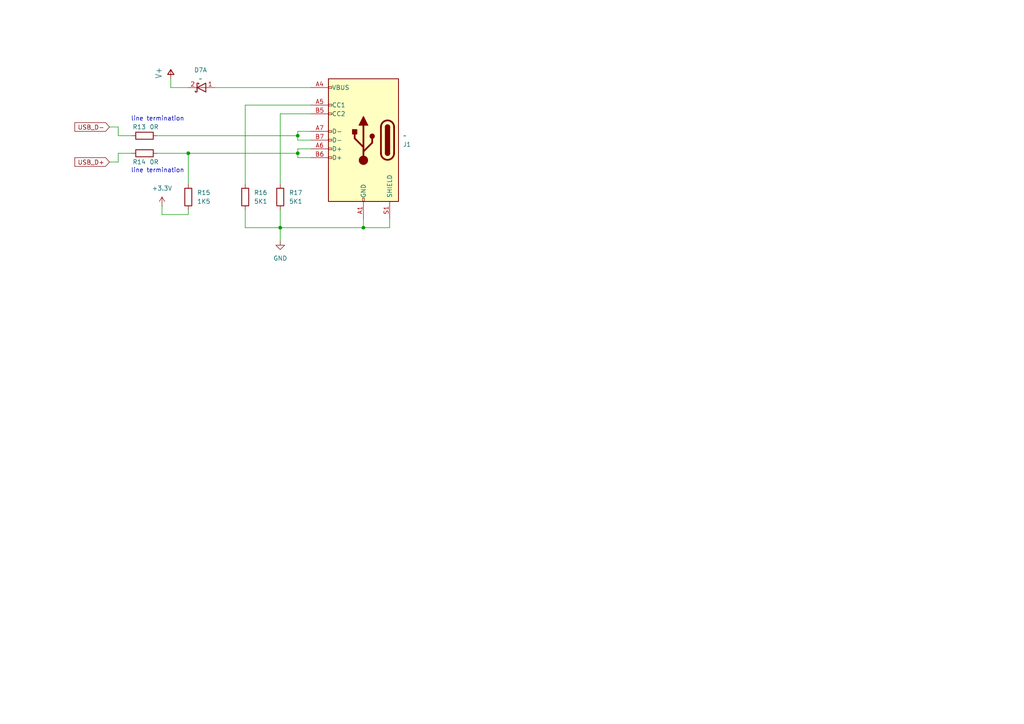
<source format=kicad_sch>
(kicad_sch
	(version 20231120)
	(generator "eeschema")
	(generator_version "8.0")
	(uuid "88ab1044-3873-41bb-b712-8c842b3cdfd3")
	(paper "A4")
	(lib_symbols
		(symbol "Connector:USB_C_Receptacle_USB2.0_14P"
			(pin_names
				(offset 1.016)
			)
			(exclude_from_sim no)
			(in_bom yes)
			(on_board yes)
			(property "Reference" "J"
				(at 0 22.225 0)
				(effects
					(font
						(size 1.27 1.27)
					)
				)
			)
			(property "Value" "USB_C_Receptacle_USB2.0_14P"
				(at 0 19.685 0)
				(effects
					(font
						(size 1.27 1.27)
					)
				)
			)
			(property "Footprint" ""
				(at 3.81 0 0)
				(effects
					(font
						(size 1.27 1.27)
					)
					(hide yes)
				)
			)
			(property "Datasheet" "https://www.usb.org/sites/default/files/documents/usb_type-c.zip"
				(at 3.81 0 0)
				(effects
					(font
						(size 1.27 1.27)
					)
					(hide yes)
				)
			)
			(property "Description" "USB 2.0-only 14P Type-C Receptacle connector"
				(at 0 0 0)
				(effects
					(font
						(size 1.27 1.27)
					)
					(hide yes)
				)
			)
			(property "ki_keywords" "usb universal serial bus type-C USB2.0"
				(at 0 0 0)
				(effects
					(font
						(size 1.27 1.27)
					)
					(hide yes)
				)
			)
			(property "ki_fp_filters" "USB*C*Receptacle*"
				(at 0 0 0)
				(effects
					(font
						(size 1.27 1.27)
					)
					(hide yes)
				)
			)
			(symbol "USB_C_Receptacle_USB2.0_14P_0_0"
				(rectangle
					(start -0.254 -17.78)
					(end 0.254 -16.764)
					(stroke
						(width 0)
						(type default)
					)
					(fill
						(type none)
					)
				)
				(rectangle
					(start 10.16 -4.826)
					(end 9.144 -5.334)
					(stroke
						(width 0)
						(type default)
					)
					(fill
						(type none)
					)
				)
				(rectangle
					(start 10.16 -2.286)
					(end 9.144 -2.794)
					(stroke
						(width 0)
						(type default)
					)
					(fill
						(type none)
					)
				)
				(rectangle
					(start 10.16 0.254)
					(end 9.144 -0.254)
					(stroke
						(width 0)
						(type default)
					)
					(fill
						(type none)
					)
				)
				(rectangle
					(start 10.16 2.794)
					(end 9.144 2.286)
					(stroke
						(width 0)
						(type default)
					)
					(fill
						(type none)
					)
				)
				(rectangle
					(start 10.16 7.874)
					(end 9.144 7.366)
					(stroke
						(width 0)
						(type default)
					)
					(fill
						(type none)
					)
				)
				(rectangle
					(start 10.16 10.414)
					(end 9.144 9.906)
					(stroke
						(width 0)
						(type default)
					)
					(fill
						(type none)
					)
				)
				(rectangle
					(start 10.16 15.494)
					(end 9.144 14.986)
					(stroke
						(width 0)
						(type default)
					)
					(fill
						(type none)
					)
				)
			)
			(symbol "USB_C_Receptacle_USB2.0_14P_0_1"
				(rectangle
					(start -10.16 17.78)
					(end 10.16 -17.78)
					(stroke
						(width 0.254)
						(type default)
					)
					(fill
						(type background)
					)
				)
				(arc
					(start -8.89 -3.81)
					(mid -6.985 -5.7067)
					(end -5.08 -3.81)
					(stroke
						(width 0.508)
						(type default)
					)
					(fill
						(type none)
					)
				)
				(arc
					(start -7.62 -3.81)
					(mid -6.985 -4.4423)
					(end -6.35 -3.81)
					(stroke
						(width 0.254)
						(type default)
					)
					(fill
						(type none)
					)
				)
				(arc
					(start -7.62 -3.81)
					(mid -6.985 -4.4423)
					(end -6.35 -3.81)
					(stroke
						(width 0.254)
						(type default)
					)
					(fill
						(type outline)
					)
				)
				(rectangle
					(start -7.62 -3.81)
					(end -6.35 3.81)
					(stroke
						(width 0.254)
						(type default)
					)
					(fill
						(type outline)
					)
				)
				(arc
					(start -6.35 3.81)
					(mid -6.985 4.4423)
					(end -7.62 3.81)
					(stroke
						(width 0.254)
						(type default)
					)
					(fill
						(type none)
					)
				)
				(arc
					(start -6.35 3.81)
					(mid -6.985 4.4423)
					(end -7.62 3.81)
					(stroke
						(width 0.254)
						(type default)
					)
					(fill
						(type outline)
					)
				)
				(arc
					(start -5.08 3.81)
					(mid -6.985 5.7067)
					(end -8.89 3.81)
					(stroke
						(width 0.508)
						(type default)
					)
					(fill
						(type none)
					)
				)
				(circle
					(center -2.54 1.143)
					(radius 0.635)
					(stroke
						(width 0.254)
						(type default)
					)
					(fill
						(type outline)
					)
				)
				(circle
					(center 0 -5.842)
					(radius 1.27)
					(stroke
						(width 0)
						(type default)
					)
					(fill
						(type outline)
					)
				)
				(polyline
					(pts
						(xy -8.89 -3.81) (xy -8.89 3.81)
					)
					(stroke
						(width 0.508)
						(type default)
					)
					(fill
						(type none)
					)
				)
				(polyline
					(pts
						(xy -5.08 3.81) (xy -5.08 -3.81)
					)
					(stroke
						(width 0.508)
						(type default)
					)
					(fill
						(type none)
					)
				)
				(polyline
					(pts
						(xy 0 -5.842) (xy 0 4.318)
					)
					(stroke
						(width 0.508)
						(type default)
					)
					(fill
						(type none)
					)
				)
				(polyline
					(pts
						(xy 0 -3.302) (xy -2.54 -0.762) (xy -2.54 0.508)
					)
					(stroke
						(width 0.508)
						(type default)
					)
					(fill
						(type none)
					)
				)
				(polyline
					(pts
						(xy 0 -2.032) (xy 2.54 0.508) (xy 2.54 1.778)
					)
					(stroke
						(width 0.508)
						(type default)
					)
					(fill
						(type none)
					)
				)
				(polyline
					(pts
						(xy -1.27 4.318) (xy 0 6.858) (xy 1.27 4.318) (xy -1.27 4.318)
					)
					(stroke
						(width 0.254)
						(type default)
					)
					(fill
						(type outline)
					)
				)
				(rectangle
					(start 1.905 1.778)
					(end 3.175 3.048)
					(stroke
						(width 0.254)
						(type default)
					)
					(fill
						(type outline)
					)
				)
			)
			(symbol "USB_C_Receptacle_USB2.0_14P_1_1"
				(pin passive line
					(at 0 -22.86 90)
					(length 5.08)
					(name "GND"
						(effects
							(font
								(size 1.27 1.27)
							)
						)
					)
					(number "A1"
						(effects
							(font
								(size 1.27 1.27)
							)
						)
					)
				)
				(pin passive line
					(at 0 -22.86 90)
					(length 5.08) hide
					(name "GND"
						(effects
							(font
								(size 1.27 1.27)
							)
						)
					)
					(number "A12"
						(effects
							(font
								(size 1.27 1.27)
							)
						)
					)
				)
				(pin passive line
					(at 15.24 15.24 180)
					(length 5.08)
					(name "VBUS"
						(effects
							(font
								(size 1.27 1.27)
							)
						)
					)
					(number "A4"
						(effects
							(font
								(size 1.27 1.27)
							)
						)
					)
				)
				(pin bidirectional line
					(at 15.24 10.16 180)
					(length 5.08)
					(name "CC1"
						(effects
							(font
								(size 1.27 1.27)
							)
						)
					)
					(number "A5"
						(effects
							(font
								(size 1.27 1.27)
							)
						)
					)
				)
				(pin bidirectional line
					(at 15.24 -2.54 180)
					(length 5.08)
					(name "D+"
						(effects
							(font
								(size 1.27 1.27)
							)
						)
					)
					(number "A6"
						(effects
							(font
								(size 1.27 1.27)
							)
						)
					)
				)
				(pin bidirectional line
					(at 15.24 2.54 180)
					(length 5.08)
					(name "D-"
						(effects
							(font
								(size 1.27 1.27)
							)
						)
					)
					(number "A7"
						(effects
							(font
								(size 1.27 1.27)
							)
						)
					)
				)
				(pin passive line
					(at 15.24 15.24 180)
					(length 5.08) hide
					(name "VBUS"
						(effects
							(font
								(size 1.27 1.27)
							)
						)
					)
					(number "A9"
						(effects
							(font
								(size 1.27 1.27)
							)
						)
					)
				)
				(pin passive line
					(at 0 -22.86 90)
					(length 5.08) hide
					(name "GND"
						(effects
							(font
								(size 1.27 1.27)
							)
						)
					)
					(number "B1"
						(effects
							(font
								(size 1.27 1.27)
							)
						)
					)
				)
				(pin passive line
					(at 0 -22.86 90)
					(length 5.08) hide
					(name "GND"
						(effects
							(font
								(size 1.27 1.27)
							)
						)
					)
					(number "B12"
						(effects
							(font
								(size 1.27 1.27)
							)
						)
					)
				)
				(pin passive line
					(at 15.24 15.24 180)
					(length 5.08) hide
					(name "VBUS"
						(effects
							(font
								(size 1.27 1.27)
							)
						)
					)
					(number "B4"
						(effects
							(font
								(size 1.27 1.27)
							)
						)
					)
				)
				(pin bidirectional line
					(at 15.24 7.62 180)
					(length 5.08)
					(name "CC2"
						(effects
							(font
								(size 1.27 1.27)
							)
						)
					)
					(number "B5"
						(effects
							(font
								(size 1.27 1.27)
							)
						)
					)
				)
				(pin bidirectional line
					(at 15.24 -5.08 180)
					(length 5.08)
					(name "D+"
						(effects
							(font
								(size 1.27 1.27)
							)
						)
					)
					(number "B6"
						(effects
							(font
								(size 1.27 1.27)
							)
						)
					)
				)
				(pin bidirectional line
					(at 15.24 0 180)
					(length 5.08)
					(name "D-"
						(effects
							(font
								(size 1.27 1.27)
							)
						)
					)
					(number "B7"
						(effects
							(font
								(size 1.27 1.27)
							)
						)
					)
				)
				(pin passive line
					(at 15.24 15.24 180)
					(length 5.08) hide
					(name "VBUS"
						(effects
							(font
								(size 1.27 1.27)
							)
						)
					)
					(number "B9"
						(effects
							(font
								(size 1.27 1.27)
							)
						)
					)
				)
				(pin passive line
					(at -7.62 -22.86 90)
					(length 5.08)
					(name "SHIELD"
						(effects
							(font
								(size 1.27 1.27)
							)
						)
					)
					(number "S1"
						(effects
							(font
								(size 1.27 1.27)
							)
						)
					)
				)
			)
		)
		(symbol "Device:D_Schottky_Dual_CommonAnode_AKK_Split"
			(pin_names
				(offset 0.762) hide)
			(exclude_from_sim no)
			(in_bom yes)
			(on_board yes)
			(property "Reference" "D"
				(at 0 2.54 0)
				(effects
					(font
						(size 1.27 1.27)
					)
				)
			)
			(property "Value" "D_Schottky_Dual_CommonAnode_AKK_Split"
				(at 0 -2.54 0)
				(effects
					(font
						(size 1.27 1.27)
					)
				)
			)
			(property "Footprint" ""
				(at -2.54 -2.54 0)
				(effects
					(font
						(size 1.27 1.27)
					)
					(hide yes)
				)
			)
			(property "Datasheet" "~"
				(at -2.54 -2.54 0)
				(effects
					(font
						(size 1.27 1.27)
					)
					(hide yes)
				)
			)
			(property "Description" "Dual Schottky diode, common anode on pin 1"
				(at 0 0 0)
				(effects
					(font
						(size 1.27 1.27)
					)
					(hide yes)
				)
			)
			(property "ki_locked" ""
				(at 0 0 0)
				(effects
					(font
						(size 1.27 1.27)
					)
				)
			)
			(property "ki_keywords" "diode"
				(at 0 0 0)
				(effects
					(font
						(size 1.27 1.27)
					)
					(hide yes)
				)
			)
			(symbol "D_Schottky_Dual_CommonAnode_AKK_Split_0_1"
				(polyline
					(pts
						(xy 1.27 0) (xy -1.27 0)
					)
					(stroke
						(width 0)
						(type default)
					)
					(fill
						(type none)
					)
				)
				(polyline
					(pts
						(xy -1.27 1.27) (xy 1.27 0) (xy -1.27 -1.27) (xy -1.27 1.27) (xy -1.27 1.27) (xy -1.27 1.27)
					)
					(stroke
						(width 0.254)
						(type default)
					)
					(fill
						(type none)
					)
				)
				(polyline
					(pts
						(xy 1.778 1.016) (xy 1.778 1.27) (xy 1.27 1.27) (xy 1.27 -1.27) (xy 0.762 -1.27) (xy 0.762 -1.016)
					)
					(stroke
						(width 0.254)
						(type default)
					)
					(fill
						(type none)
					)
				)
				(pin passive line
					(at -3.81 0 0)
					(length 2.54)
					(name "A"
						(effects
							(font
								(size 1.27 1.27)
							)
						)
					)
					(number "1"
						(effects
							(font
								(size 1.27 1.27)
							)
						)
					)
				)
			)
			(symbol "D_Schottky_Dual_CommonAnode_AKK_Split_1_1"
				(pin passive line
					(at 3.81 0 180)
					(length 2.54)
					(name "K"
						(effects
							(font
								(size 1.27 1.27)
							)
						)
					)
					(number "2"
						(effects
							(font
								(size 1.27 1.27)
							)
						)
					)
				)
			)
			(symbol "D_Schottky_Dual_CommonAnode_AKK_Split_2_1"
				(pin passive line
					(at 3.81 0 180)
					(length 2.54)
					(name "K"
						(effects
							(font
								(size 1.27 1.27)
							)
						)
					)
					(number "3"
						(effects
							(font
								(size 1.27 1.27)
							)
						)
					)
				)
			)
		)
		(symbol "Device:R"
			(pin_numbers hide)
			(pin_names
				(offset 0)
			)
			(exclude_from_sim no)
			(in_bom yes)
			(on_board yes)
			(property "Reference" "R"
				(at 2.032 0 90)
				(effects
					(font
						(size 1.27 1.27)
					)
				)
			)
			(property "Value" "R"
				(at 0 0 90)
				(effects
					(font
						(size 1.27 1.27)
					)
				)
			)
			(property "Footprint" ""
				(at -1.778 0 90)
				(effects
					(font
						(size 1.27 1.27)
					)
					(hide yes)
				)
			)
			(property "Datasheet" "~"
				(at 0 0 0)
				(effects
					(font
						(size 1.27 1.27)
					)
					(hide yes)
				)
			)
			(property "Description" "Resistor"
				(at 0 0 0)
				(effects
					(font
						(size 1.27 1.27)
					)
					(hide yes)
				)
			)
			(property "ki_keywords" "R res resistor"
				(at 0 0 0)
				(effects
					(font
						(size 1.27 1.27)
					)
					(hide yes)
				)
			)
			(property "ki_fp_filters" "R_*"
				(at 0 0 0)
				(effects
					(font
						(size 1.27 1.27)
					)
					(hide yes)
				)
			)
			(symbol "R_0_1"
				(rectangle
					(start -1.016 -2.54)
					(end 1.016 2.54)
					(stroke
						(width 0.254)
						(type default)
					)
					(fill
						(type none)
					)
				)
			)
			(symbol "R_1_1"
				(pin passive line
					(at 0 3.81 270)
					(length 1.27)
					(name "~"
						(effects
							(font
								(size 1.27 1.27)
							)
						)
					)
					(number "1"
						(effects
							(font
								(size 1.27 1.27)
							)
						)
					)
				)
				(pin passive line
					(at 0 -3.81 90)
					(length 1.27)
					(name "~"
						(effects
							(font
								(size 1.27 1.27)
							)
						)
					)
					(number "2"
						(effects
							(font
								(size 1.27 1.27)
							)
						)
					)
				)
			)
		)
		(symbol "deadlock-reader-eagle-import:V+"
			(power)
			(exclude_from_sim no)
			(in_bom yes)
			(on_board yes)
			(property "Reference" "#P+"
				(at 0 0 0)
				(effects
					(font
						(size 1.27 1.27)
					)
					(hide yes)
				)
			)
			(property "Value" ""
				(at -2.54 -2.54 90)
				(effects
					(font
						(size 1.778 1.5113)
					)
					(justify left bottom)
				)
			)
			(property "Footprint" ""
				(at 0 0 0)
				(effects
					(font
						(size 1.27 1.27)
					)
					(hide yes)
				)
			)
			(property "Datasheet" ""
				(at 0 0 0)
				(effects
					(font
						(size 1.27 1.27)
					)
					(hide yes)
				)
			)
			(property "Description" "SUPPLY SYMBOL"
				(at 0 0 0)
				(effects
					(font
						(size 1.27 1.27)
					)
					(hide yes)
				)
			)
			(property "ki_locked" ""
				(at 0 0 0)
				(effects
					(font
						(size 1.27 1.27)
					)
				)
			)
			(symbol "V+_1_0"
				(polyline
					(pts
						(xy -0.889 -1.27) (xy 0.889 -1.27)
					)
					(stroke
						(width 0.254)
						(type solid)
					)
					(fill
						(type none)
					)
				)
				(polyline
					(pts
						(xy 0 0.127) (xy -0.889 -1.27)
					)
					(stroke
						(width 0.254)
						(type solid)
					)
					(fill
						(type none)
					)
				)
				(polyline
					(pts
						(xy 0.889 -1.27) (xy 0 0.127)
					)
					(stroke
						(width 0.254)
						(type solid)
					)
					(fill
						(type none)
					)
				)
				(pin power_in line
					(at 0 -2.54 90)
					(length 2.54)
					(name "V+"
						(effects
							(font
								(size 0 0)
							)
						)
					)
					(number "1"
						(effects
							(font
								(size 0 0)
							)
						)
					)
				)
			)
		)
		(symbol "power:+3.3V"
			(power)
			(pin_numbers hide)
			(pin_names
				(offset 0) hide)
			(exclude_from_sim no)
			(in_bom yes)
			(on_board yes)
			(property "Reference" "#PWR"
				(at 0 -3.81 0)
				(effects
					(font
						(size 1.27 1.27)
					)
					(hide yes)
				)
			)
			(property "Value" "+3.3V"
				(at 0 3.556 0)
				(effects
					(font
						(size 1.27 1.27)
					)
				)
			)
			(property "Footprint" ""
				(at 0 0 0)
				(effects
					(font
						(size 1.27 1.27)
					)
					(hide yes)
				)
			)
			(property "Datasheet" ""
				(at 0 0 0)
				(effects
					(font
						(size 1.27 1.27)
					)
					(hide yes)
				)
			)
			(property "Description" "Power symbol creates a global label with name \"+3.3V\""
				(at 0 0 0)
				(effects
					(font
						(size 1.27 1.27)
					)
					(hide yes)
				)
			)
			(property "ki_keywords" "global power"
				(at 0 0 0)
				(effects
					(font
						(size 1.27 1.27)
					)
					(hide yes)
				)
			)
			(symbol "+3.3V_0_1"
				(polyline
					(pts
						(xy -0.762 1.27) (xy 0 2.54)
					)
					(stroke
						(width 0)
						(type default)
					)
					(fill
						(type none)
					)
				)
				(polyline
					(pts
						(xy 0 0) (xy 0 2.54)
					)
					(stroke
						(width 0)
						(type default)
					)
					(fill
						(type none)
					)
				)
				(polyline
					(pts
						(xy 0 2.54) (xy 0.762 1.27)
					)
					(stroke
						(width 0)
						(type default)
					)
					(fill
						(type none)
					)
				)
			)
			(symbol "+3.3V_1_1"
				(pin power_in line
					(at 0 0 90)
					(length 0)
					(name "~"
						(effects
							(font
								(size 1.27 1.27)
							)
						)
					)
					(number "1"
						(effects
							(font
								(size 1.27 1.27)
							)
						)
					)
				)
			)
		)
		(symbol "power:GND"
			(power)
			(pin_numbers hide)
			(pin_names
				(offset 0) hide)
			(exclude_from_sim no)
			(in_bom yes)
			(on_board yes)
			(property "Reference" "#PWR"
				(at 0 -6.35 0)
				(effects
					(font
						(size 1.27 1.27)
					)
					(hide yes)
				)
			)
			(property "Value" "GND"
				(at 0 -3.81 0)
				(effects
					(font
						(size 1.27 1.27)
					)
				)
			)
			(property "Footprint" ""
				(at 0 0 0)
				(effects
					(font
						(size 1.27 1.27)
					)
					(hide yes)
				)
			)
			(property "Datasheet" ""
				(at 0 0 0)
				(effects
					(font
						(size 1.27 1.27)
					)
					(hide yes)
				)
			)
			(property "Description" "Power symbol creates a global label with name \"GND\" , ground"
				(at 0 0 0)
				(effects
					(font
						(size 1.27 1.27)
					)
					(hide yes)
				)
			)
			(property "ki_keywords" "global power"
				(at 0 0 0)
				(effects
					(font
						(size 1.27 1.27)
					)
					(hide yes)
				)
			)
			(symbol "GND_0_1"
				(polyline
					(pts
						(xy 0 0) (xy 0 -1.27) (xy 1.27 -1.27) (xy 0 -2.54) (xy -1.27 -1.27) (xy 0 -1.27)
					)
					(stroke
						(width 0)
						(type default)
					)
					(fill
						(type none)
					)
				)
			)
			(symbol "GND_1_1"
				(pin power_in line
					(at 0 0 270)
					(length 0)
					(name "~"
						(effects
							(font
								(size 1.27 1.27)
							)
						)
					)
					(number "1"
						(effects
							(font
								(size 1.27 1.27)
							)
						)
					)
				)
			)
		)
	)
	(junction
		(at 86.36 44.45)
		(diameter 0)
		(color 0 0 0 0)
		(uuid "0ceb7d8a-97d6-4926-a695-a0fde7dbdffd")
	)
	(junction
		(at 54.61 44.45)
		(diameter 0)
		(color 0 0 0 0)
		(uuid "33ad6519-ea9e-42b6-9c32-3a863199e4ea")
	)
	(junction
		(at 81.28 66.04)
		(diameter 0)
		(color 0 0 0 0)
		(uuid "37584ae5-65b6-414e-9fb8-6277168c24fa")
	)
	(junction
		(at 105.41 66.04)
		(diameter 0)
		(color 0 0 0 0)
		(uuid "98e68ba2-abef-449e-80cb-f321bb7c3026")
	)
	(junction
		(at 86.36 39.37)
		(diameter 0)
		(color 0 0 0 0)
		(uuid "d210e652-d7df-40f0-84a0-eda13057d118")
	)
	(wire
		(pts
			(xy 71.12 60.96) (xy 71.12 66.04)
		)
		(stroke
			(width 0)
			(type default)
		)
		(uuid "0b684b58-e96e-4107-bf7c-98ce707ce295")
	)
	(wire
		(pts
			(xy 81.28 60.96) (xy 81.28 66.04)
		)
		(stroke
			(width 0)
			(type default)
		)
		(uuid "0cbc5421-3221-4f4e-91d5-669d8c7fb984")
	)
	(wire
		(pts
			(xy 46.99 39.37) (xy 86.36 39.37)
		)
		(stroke
			(width 0.1524)
			(type solid)
		)
		(uuid "0df96d87-90d3-4a12-81bc-773616e5683b")
	)
	(wire
		(pts
			(xy 34.29 44.45) (xy 34.29 46.99)
		)
		(stroke
			(width 0.1524)
			(type solid)
		)
		(uuid "1440a097-2beb-4b5c-aae0-949123af9d56")
	)
	(wire
		(pts
			(xy 90.17 43.18) (xy 86.36 43.18)
		)
		(stroke
			(width 0)
			(type default)
		)
		(uuid "2269db52-c808-4392-ac32-d7cfb38c2b4d")
	)
	(wire
		(pts
			(xy 90.17 38.1) (xy 86.36 38.1)
		)
		(stroke
			(width 0)
			(type default)
		)
		(uuid "23ca80cb-e33d-4d39-b276-01ba4428c50b")
	)
	(wire
		(pts
			(xy 45.72 44.45) (xy 54.61 44.45)
		)
		(stroke
			(width 0.1524)
			(type solid)
		)
		(uuid "26eccf82-db54-4745-a69d-8ef32d54947e")
	)
	(wire
		(pts
			(xy 86.36 43.18) (xy 86.36 44.45)
		)
		(stroke
			(width 0)
			(type default)
		)
		(uuid "297712d9-8b19-4d8d-83f0-151536583eee")
	)
	(wire
		(pts
			(xy 86.36 40.64) (xy 90.17 40.64)
		)
		(stroke
			(width 0)
			(type default)
		)
		(uuid "2d3f0dd7-3938-4073-9459-311301604584")
	)
	(wire
		(pts
			(xy 49.53 22.86) (xy 49.53 25.4)
		)
		(stroke
			(width 0)
			(type default)
		)
		(uuid "2d92276e-e7ca-45c8-82e2-86e77c06249f")
	)
	(wire
		(pts
			(xy 34.29 39.37) (xy 34.29 36.83)
		)
		(stroke
			(width 0.1524)
			(type solid)
		)
		(uuid "389544b5-e26b-4dcf-8fdf-856695e4a339")
	)
	(wire
		(pts
			(xy 54.61 60.96) (xy 54.61 62.23)
		)
		(stroke
			(width 0.1524)
			(type solid)
		)
		(uuid "400ce415-3747-45d4-9873-0577f90eb733")
	)
	(wire
		(pts
			(xy 86.36 39.37) (xy 86.36 40.64)
		)
		(stroke
			(width 0)
			(type default)
		)
		(uuid "4a71ef3e-f093-4f9f-8bc8-3f3198050efe")
	)
	(wire
		(pts
			(xy 54.61 25.4) (xy 49.53 25.4)
		)
		(stroke
			(width 0)
			(type default)
		)
		(uuid "55564202-646a-42d9-8211-08e58b46eead")
	)
	(wire
		(pts
			(xy 90.17 33.02) (xy 81.28 33.02)
		)
		(stroke
			(width 0)
			(type default)
		)
		(uuid "5cc669af-870b-4b1c-a358-c33689c4cf66")
	)
	(wire
		(pts
			(xy 86.36 44.45) (xy 86.36 45.72)
		)
		(stroke
			(width 0)
			(type default)
		)
		(uuid "6a016849-7685-4a4b-810c-198618fe1c9b")
	)
	(wire
		(pts
			(xy 90.17 30.48) (xy 71.12 30.48)
		)
		(stroke
			(width 0)
			(type default)
		)
		(uuid "76b613e3-c60f-4b34-bca9-011139eeaade")
	)
	(wire
		(pts
			(xy 86.36 38.1) (xy 86.36 39.37)
		)
		(stroke
			(width 0)
			(type default)
		)
		(uuid "79697770-0370-4e9a-bdb6-4d37979eec56")
	)
	(wire
		(pts
			(xy 34.29 46.99) (xy 31.75 46.99)
		)
		(stroke
			(width 0.1524)
			(type solid)
		)
		(uuid "7a97176c-01c2-4ed1-8769-f88d6ee9e579")
	)
	(wire
		(pts
			(xy 46.99 59.69) (xy 46.99 62.23)
		)
		(stroke
			(width 0.1524)
			(type solid)
		)
		(uuid "7b5d2e5a-7bdd-418c-96b9-68fe12989b1d")
	)
	(wire
		(pts
			(xy 54.61 52.07) (xy 54.61 53.34)
		)
		(stroke
			(width 0)
			(type default)
		)
		(uuid "9105e2c6-bf25-47a9-80be-83ab8f99da08")
	)
	(wire
		(pts
			(xy 34.29 36.83) (xy 31.75 36.83)
		)
		(stroke
			(width 0.1524)
			(type solid)
		)
		(uuid "920941d9-4889-4773-a29d-512232c101d2")
	)
	(wire
		(pts
			(xy 34.29 39.37) (xy 38.1 39.37)
		)
		(stroke
			(width 0.1524)
			(type solid)
		)
		(uuid "96a8957e-a851-4349-b705-0a6ec2a9de7e")
	)
	(wire
		(pts
			(xy 54.61 44.45) (xy 86.36 44.45)
		)
		(stroke
			(width 0.1524)
			(type solid)
		)
		(uuid "9da25bd0-1e27-4645-a875-62b4785adfd5")
	)
	(wire
		(pts
			(xy 81.28 33.02) (xy 81.28 53.34)
		)
		(stroke
			(width 0)
			(type default)
		)
		(uuid "a717cbc9-afff-40ec-a59a-9a9f178ed75a")
	)
	(wire
		(pts
			(xy 113.03 66.04) (xy 105.41 66.04)
		)
		(stroke
			(width 0)
			(type default)
		)
		(uuid "acf1454c-2c6e-4dff-920a-089860b68dd2")
	)
	(wire
		(pts
			(xy 105.41 66.04) (xy 105.41 63.5)
		)
		(stroke
			(width 0)
			(type default)
		)
		(uuid "afcf02cb-385f-4fdf-8638-a5202760350c")
	)
	(wire
		(pts
			(xy 86.36 45.72) (xy 90.17 45.72)
		)
		(stroke
			(width 0)
			(type default)
		)
		(uuid "c198049e-2dde-4d2b-841a-859e23305658")
	)
	(wire
		(pts
			(xy 34.29 44.45) (xy 38.1 44.45)
		)
		(stroke
			(width 0.1524)
			(type solid)
		)
		(uuid "c2a24dfe-8100-4e33-a9bf-474e01dd6d95")
	)
	(wire
		(pts
			(xy 81.28 69.85) (xy 81.28 66.04)
		)
		(stroke
			(width 0)
			(type default)
		)
		(uuid "c409cfbf-e5c8-43ff-91f0-0e1a463cb38e")
	)
	(wire
		(pts
			(xy 62.23 25.4) (xy 90.17 25.4)
		)
		(stroke
			(width 0)
			(type default)
		)
		(uuid "c488f023-42c1-406e-803f-c627cec9e5f7")
	)
	(wire
		(pts
			(xy 46.99 62.23) (xy 54.61 62.23)
		)
		(stroke
			(width 0.1524)
			(type solid)
		)
		(uuid "cd6c0225-f56b-4364-bb38-19f9e6c4142f")
	)
	(wire
		(pts
			(xy 71.12 66.04) (xy 81.28 66.04)
		)
		(stroke
			(width 0)
			(type default)
		)
		(uuid "d2d8db66-a7aa-4698-986c-71ca85f8785b")
	)
	(wire
		(pts
			(xy 113.03 63.5) (xy 113.03 66.04)
		)
		(stroke
			(width 0)
			(type default)
		)
		(uuid "dc44df52-9f7f-416d-a19d-45f0b0b12c42")
	)
	(wire
		(pts
			(xy 45.72 39.37) (xy 46.99 39.37)
		)
		(stroke
			(width 0)
			(type default)
		)
		(uuid "de232d17-7db3-4aa9-9e1e-4db7f65bc46d")
	)
	(wire
		(pts
			(xy 54.61 52.07) (xy 54.61 44.45)
		)
		(stroke
			(width 0.1524)
			(type solid)
		)
		(uuid "fba79690-5c54-4d8d-83df-4ac147774ec6")
	)
	(wire
		(pts
			(xy 71.12 30.48) (xy 71.12 53.34)
		)
		(stroke
			(width 0)
			(type default)
		)
		(uuid "fd867e5e-00fd-49c1-88dd-36fbd98e5bdc")
	)
	(wire
		(pts
			(xy 81.28 66.04) (xy 105.41 66.04)
		)
		(stroke
			(width 0)
			(type default)
		)
		(uuid "fee4c743-3662-41ca-9665-20bf0eff1661")
	)
	(text "line termination"
		(exclude_from_sim no)
		(at 45.72 49.53 0)
		(effects
			(font
				(size 1.27 1.27)
			)
		)
		(uuid "15b19275-5e44-49c7-9fd7-8ef28f0c8d10")
	)
	(text "line termination"
		(exclude_from_sim no)
		(at 45.72 34.544 0)
		(effects
			(font
				(size 1.27 1.27)
			)
		)
		(uuid "c66a3e92-9c33-493b-b715-c0e73af96380")
	)
	(global_label "USB_D-"
		(shape input)
		(at 31.75 36.83 180)
		(fields_autoplaced yes)
		(effects
			(font
				(size 1.27 1.27)
			)
			(justify right)
		)
		(uuid "7cb88fbb-141d-4f80-a142-b8ad530a9b84")
		(property "Intersheetrefs" "${INTERSHEET_REFS}"
			(at 21.1448 36.83 0)
			(effects
				(font
					(size 1.27 1.27)
				)
				(justify right)
				(hide yes)
			)
		)
	)
	(global_label "USB_D+"
		(shape input)
		(at 31.75 46.99 180)
		(fields_autoplaced yes)
		(effects
			(font
				(size 1.27 1.27)
			)
			(justify right)
		)
		(uuid "a7371ade-a21d-43e0-8333-55a23955891f")
		(property "Intersheetrefs" "${INTERSHEET_REFS}"
			(at 21.1448 46.99 0)
			(effects
				(font
					(size 1.27 1.27)
				)
				(justify right)
				(hide yes)
			)
		)
	)
	(symbol
		(lib_id "Device:R")
		(at 54.61 57.15 0)
		(unit 1)
		(exclude_from_sim no)
		(in_bom yes)
		(on_board yes)
		(dnp no)
		(fields_autoplaced yes)
		(uuid "1473ae59-07a9-4452-8ce7-6d26d12061c8")
		(property "Reference" "R15"
			(at 57.15 55.8799 0)
			(effects
				(font
					(size 1.27 1.27)
				)
				(justify left)
			)
		)
		(property "Value" "1K5"
			(at 57.15 58.4199 0)
			(effects
				(font
					(size 1.27 1.27)
				)
				(justify left)
			)
		)
		(property "Footprint" ""
			(at 52.832 57.15 90)
			(effects
				(font
					(size 1.27 1.27)
				)
				(hide yes)
			)
		)
		(property "Datasheet" "~"
			(at 54.61 57.15 0)
			(effects
				(font
					(size 1.27 1.27)
				)
				(hide yes)
			)
		)
		(property "Description" "Resistor"
			(at 54.61 57.15 0)
			(effects
				(font
					(size 1.27 1.27)
				)
				(hide yes)
			)
		)
		(pin "1"
			(uuid "4ab0f75f-87c8-4183-a3d3-cc19fc8bca9d")
		)
		(pin "2"
			(uuid "bd7a9040-5f23-4b6d-a8e3-994761012f51")
		)
		(instances
			(project "usb_c"
				(path "/88ab1044-3873-41bb-b712-8c842b3cdfd3"
					(reference "R15")
					(unit 1)
				)
			)
		)
	)
	(symbol
		(lib_id "power:GND")
		(at 81.28 69.85 0)
		(unit 1)
		(exclude_from_sim no)
		(in_bom yes)
		(on_board yes)
		(dnp no)
		(fields_autoplaced yes)
		(uuid "34b17fc7-d09e-475e-81d6-f8299a10bfb4")
		(property "Reference" "#PWR02"
			(at 81.28 76.2 0)
			(effects
				(font
					(size 1.27 1.27)
				)
				(hide yes)
			)
		)
		(property "Value" "GND"
			(at 81.28 74.93 0)
			(effects
				(font
					(size 1.27 1.27)
				)
			)
		)
		(property "Footprint" ""
			(at 81.28 69.85 0)
			(effects
				(font
					(size 1.27 1.27)
				)
				(hide yes)
			)
		)
		(property "Datasheet" ""
			(at 81.28 69.85 0)
			(effects
				(font
					(size 1.27 1.27)
				)
				(hide yes)
			)
		)
		(property "Description" "Power symbol creates a global label with name \"GND\" , ground"
			(at 81.28 69.85 0)
			(effects
				(font
					(size 1.27 1.27)
				)
				(hide yes)
			)
		)
		(pin "1"
			(uuid "3d23189f-e68f-4192-972c-951864c44437")
		)
		(instances
			(project "usb_c"
				(path "/88ab1044-3873-41bb-b712-8c842b3cdfd3"
					(reference "#PWR02")
					(unit 1)
				)
			)
		)
	)
	(symbol
		(lib_id "Device:R")
		(at 71.12 57.15 0)
		(unit 1)
		(exclude_from_sim no)
		(in_bom yes)
		(on_board yes)
		(dnp no)
		(fields_autoplaced yes)
		(uuid "5d5338df-4e80-46fd-bbfc-a122a0ddc0e2")
		(property "Reference" "R16"
			(at 73.66 55.8799 0)
			(effects
				(font
					(size 1.27 1.27)
				)
				(justify left)
			)
		)
		(property "Value" "5K1"
			(at 73.66 58.4199 0)
			(effects
				(font
					(size 1.27 1.27)
				)
				(justify left)
			)
		)
		(property "Footprint" ""
			(at 69.342 57.15 90)
			(effects
				(font
					(size 1.27 1.27)
				)
				(hide yes)
			)
		)
		(property "Datasheet" "~"
			(at 71.12 57.15 0)
			(effects
				(font
					(size 1.27 1.27)
				)
				(hide yes)
			)
		)
		(property "Description" "Resistor"
			(at 71.12 57.15 0)
			(effects
				(font
					(size 1.27 1.27)
				)
				(hide yes)
			)
		)
		(pin "1"
			(uuid "0927e41c-5aa3-49a3-ae05-9863a573c3b1")
		)
		(pin "2"
			(uuid "9ba9b607-4fc9-4521-b493-c76d40893968")
		)
		(instances
			(project "usb_c"
				(path "/88ab1044-3873-41bb-b712-8c842b3cdfd3"
					(reference "R16")
					(unit 1)
				)
			)
		)
	)
	(symbol
		(lib_id "Connector:USB_C_Receptacle_USB2.0_14P")
		(at 105.41 40.64 0)
		(mirror y)
		(unit 1)
		(exclude_from_sim no)
		(in_bom yes)
		(on_board yes)
		(dnp no)
		(uuid "5d830888-9dea-4783-93c1-9db0c8cd1207")
		(property "Reference" "J1"
			(at 116.84 41.9101 0)
			(effects
				(font
					(size 1.27 1.27)
				)
				(justify right)
			)
		)
		(property "Value" "~"
			(at 116.84 39.3701 0)
			(effects
				(font
					(size 1.27 1.27)
				)
				(justify right)
			)
		)
		(property "Footprint" ""
			(at 101.6 40.64 0)
			(effects
				(font
					(size 1.27 1.27)
				)
				(hide yes)
			)
		)
		(property "Datasheet" "https://www.usb.org/sites/default/files/documents/usb_type-c.zip"
			(at 101.6 40.64 0)
			(effects
				(font
					(size 1.27 1.27)
				)
				(hide yes)
			)
		)
		(property "Description" "USB 2.0-only 14P Type-C Receptacle connector"
			(at 105.41 40.64 0)
			(effects
				(font
					(size 1.27 1.27)
				)
				(hide yes)
			)
		)
		(pin "A12"
			(uuid "ea9b78c1-1bce-4837-b480-0cc2c7afbbef")
		)
		(pin "A9"
			(uuid "ddd51bed-92fc-4fe1-9106-29a879356676")
		)
		(pin "B7"
			(uuid "9d21f5a9-bc46-4ad0-a63e-8b5a218cfd7e")
		)
		(pin "B5"
			(uuid "e51efff1-5d80-41b6-a42c-ebf136d8141a")
		)
		(pin "A1"
			(uuid "f966d7a2-1291-461e-b36a-397b9953c120")
		)
		(pin "A4"
			(uuid "f192907a-d380-47f0-9804-2843638f2743")
		)
		(pin "B9"
			(uuid "0b474659-9d75-4523-a169-1904943e42aa")
		)
		(pin "B12"
			(uuid "dccfbadc-f951-43ca-9a50-c119ef6f8a8b")
		)
		(pin "S1"
			(uuid "a9b9e4c9-ac4a-40a1-b2b6-46f1320cde0b")
		)
		(pin "B6"
			(uuid "d62d60c6-58e7-4bca-adf9-8c7d0e779632")
		)
		(pin "A6"
			(uuid "d6d5ae21-585e-4868-ae35-aba2a40e9314")
		)
		(pin "A7"
			(uuid "515b725c-3102-4947-a02d-d8ccd918bb67")
		)
		(pin "A5"
			(uuid "4edec23c-457a-4b56-b559-8425d0a6dd10")
		)
		(pin "B1"
			(uuid "776d9fea-cf88-49a5-a5ab-28fd2fa260bf")
		)
		(pin "B4"
			(uuid "5fdd2c96-b843-49fa-83a4-72f218e3b4f9")
		)
		(instances
			(project "usb_c"
				(path "/88ab1044-3873-41bb-b712-8c842b3cdfd3"
					(reference "J1")
					(unit 1)
				)
			)
		)
	)
	(symbol
		(lib_id "deadlock-reader-eagle-import:V+")
		(at 49.53 20.32 0)
		(unit 1)
		(exclude_from_sim no)
		(in_bom yes)
		(on_board yes)
		(dnp no)
		(uuid "8d732783-dee9-4cca-843a-c9cb9f83a256")
		(property "Reference" "#P+01"
			(at 49.53 20.32 0)
			(effects
				(font
					(size 1.27 1.27)
				)
				(hide yes)
			)
		)
		(property "Value" "V+"
			(at 46.99 22.86 90)
			(effects
				(font
					(size 1.778 1.5113)
				)
				(justify left bottom)
			)
		)
		(property "Footprint" ""
			(at 49.53 20.32 0)
			(effects
				(font
					(size 1.27 1.27)
				)
				(hide yes)
			)
		)
		(property "Datasheet" ""
			(at 49.53 20.32 0)
			(effects
				(font
					(size 1.27 1.27)
				)
				(hide yes)
			)
		)
		(property "Description" ""
			(at 49.53 20.32 0)
			(effects
				(font
					(size 1.27 1.27)
				)
				(hide yes)
			)
		)
		(pin "1"
			(uuid "4d4219a0-b563-492d-a65d-2a5391df3846")
		)
		(instances
			(project "usb_c"
				(path "/88ab1044-3873-41bb-b712-8c842b3cdfd3"
					(reference "#P+01")
					(unit 1)
				)
			)
		)
	)
	(symbol
		(lib_id "Device:D_Schottky_Dual_CommonAnode_AKK_Split")
		(at 58.42 25.4 180)
		(unit 1)
		(exclude_from_sim no)
		(in_bom yes)
		(on_board yes)
		(dnp no)
		(fields_autoplaced yes)
		(uuid "a8cecc24-0ed3-43f8-b736-2e31a6ed5710")
		(property "Reference" "D7"
			(at 58.166 20.32 0)
			(effects
				(font
					(size 1.27 1.27)
				)
			)
		)
		(property "Value" "~"
			(at 58.166 22.86 0)
			(effects
				(font
					(size 1.27 1.27)
				)
			)
		)
		(property "Footprint" ""
			(at 60.96 22.86 0)
			(effects
				(font
					(size 1.27 1.27)
				)
				(hide yes)
			)
		)
		(property "Datasheet" "~"
			(at 60.96 22.86 0)
			(effects
				(font
					(size 1.27 1.27)
				)
				(hide yes)
			)
		)
		(property "Description" "Dual Schottky diode, common anode on pin 1"
			(at 58.42 25.4 0)
			(effects
				(font
					(size 1.27 1.27)
				)
				(hide yes)
			)
		)
		(pin "2"
			(uuid "17371be3-d63a-46a6-b8bb-cb4e8e7a17c9")
		)
		(pin "3"
			(uuid "d2c4077c-5118-43f5-8905-47eb9d26bef6")
		)
		(pin "1"
			(uuid "4dd6f2e8-73c8-4a42-8cd0-fad57ef2be61")
		)
		(instances
			(project "usb_c"
				(path "/88ab1044-3873-41bb-b712-8c842b3cdfd3"
					(reference "D7")
					(unit 1)
				)
			)
		)
	)
	(symbol
		(lib_id "Device:R")
		(at 41.91 39.37 90)
		(unit 1)
		(exclude_from_sim no)
		(in_bom yes)
		(on_board yes)
		(dnp no)
		(uuid "ca76a6ad-d425-4cda-b7c0-755505b5aa17")
		(property "Reference" "R13"
			(at 40.386 36.83 90)
			(effects
				(font
					(size 1.27 1.27)
				)
			)
		)
		(property "Value" "0R"
			(at 44.704 36.83 90)
			(effects
				(font
					(size 1.27 1.27)
				)
			)
		)
		(property "Footprint" ""
			(at 41.91 41.148 90)
			(effects
				(font
					(size 1.27 1.27)
				)
				(hide yes)
			)
		)
		(property "Datasheet" "~"
			(at 41.91 39.37 0)
			(effects
				(font
					(size 1.27 1.27)
				)
				(hide yes)
			)
		)
		(property "Description" "Resistor"
			(at 41.91 39.37 0)
			(effects
				(font
					(size 1.27 1.27)
				)
				(hide yes)
			)
		)
		(pin "1"
			(uuid "9b3b282d-93c0-49fd-9ae3-67c37b42d640")
		)
		(pin "2"
			(uuid "afc26cc8-afa3-4895-84eb-8db36c618401")
		)
		(instances
			(project "usb_c"
				(path "/88ab1044-3873-41bb-b712-8c842b3cdfd3"
					(reference "R13")
					(unit 1)
				)
			)
		)
	)
	(symbol
		(lib_id "Device:R")
		(at 81.28 57.15 0)
		(unit 1)
		(exclude_from_sim no)
		(in_bom yes)
		(on_board yes)
		(dnp no)
		(fields_autoplaced yes)
		(uuid "cd30c185-1399-451f-aa03-e52e278c184c")
		(property "Reference" "R17"
			(at 83.82 55.8799 0)
			(effects
				(font
					(size 1.27 1.27)
				)
				(justify left)
			)
		)
		(property "Value" "5K1"
			(at 83.82 58.4199 0)
			(effects
				(font
					(size 1.27 1.27)
				)
				(justify left)
			)
		)
		(property "Footprint" ""
			(at 79.502 57.15 90)
			(effects
				(font
					(size 1.27 1.27)
				)
				(hide yes)
			)
		)
		(property "Datasheet" "~"
			(at 81.28 57.15 0)
			(effects
				(font
					(size 1.27 1.27)
				)
				(hide yes)
			)
		)
		(property "Description" "Resistor"
			(at 81.28 57.15 0)
			(effects
				(font
					(size 1.27 1.27)
				)
				(hide yes)
			)
		)
		(pin "1"
			(uuid "64ba247b-1953-4f1c-92ae-eeed4e97e2d8")
		)
		(pin "2"
			(uuid "32cb4a42-e846-402c-be54-bc7938ee9e0c")
		)
		(instances
			(project "usb_c"
				(path "/88ab1044-3873-41bb-b712-8c842b3cdfd3"
					(reference "R17")
					(unit 1)
				)
			)
		)
	)
	(symbol
		(lib_id "Device:R")
		(at 41.91 44.45 90)
		(unit 1)
		(exclude_from_sim no)
		(in_bom yes)
		(on_board yes)
		(dnp no)
		(uuid "f1ce0294-a752-49f7-b82e-092898b79110")
		(property "Reference" "R14"
			(at 40.386 46.99 90)
			(effects
				(font
					(size 1.27 1.27)
				)
			)
		)
		(property "Value" "0R"
			(at 44.704 46.99 90)
			(effects
				(font
					(size 1.27 1.27)
				)
			)
		)
		(property "Footprint" ""
			(at 41.91 46.228 90)
			(effects
				(font
					(size 1.27 1.27)
				)
				(hide yes)
			)
		)
		(property "Datasheet" "~"
			(at 41.91 44.45 0)
			(effects
				(font
					(size 1.27 1.27)
				)
				(hide yes)
			)
		)
		(property "Description" "Resistor"
			(at 41.91 44.45 0)
			(effects
				(font
					(size 1.27 1.27)
				)
				(hide yes)
			)
		)
		(pin "1"
			(uuid "971b2f84-d98d-4881-b078-c18449797cb7")
		)
		(pin "2"
			(uuid "8d79f237-ee04-443c-b334-6bd27ee9c252")
		)
		(instances
			(project "usb_c"
				(path "/88ab1044-3873-41bb-b712-8c842b3cdfd3"
					(reference "R14")
					(unit 1)
				)
			)
		)
	)
	(symbol
		(lib_id "power:+3.3V")
		(at 46.99 59.69 0)
		(unit 1)
		(exclude_from_sim no)
		(in_bom yes)
		(on_board yes)
		(dnp no)
		(fields_autoplaced yes)
		(uuid "f6127175-ba8c-4e1a-8a8a-2679402c0af6")
		(property "Reference" "#PWR01"
			(at 46.99 63.5 0)
			(effects
				(font
					(size 1.27 1.27)
				)
				(hide yes)
			)
		)
		(property "Value" "+3.3V"
			(at 46.99 54.61 0)
			(effects
				(font
					(size 1.27 1.27)
				)
			)
		)
		(property "Footprint" ""
			(at 46.99 59.69 0)
			(effects
				(font
					(size 1.27 1.27)
				)
				(hide yes)
			)
		)
		(property "Datasheet" ""
			(at 46.99 59.69 0)
			(effects
				(font
					(size 1.27 1.27)
				)
				(hide yes)
			)
		)
		(property "Description" "Power symbol creates a global label with name \"+3.3V\""
			(at 46.99 59.69 0)
			(effects
				(font
					(size 1.27 1.27)
				)
				(hide yes)
			)
		)
		(pin "1"
			(uuid "4a5ad1cf-3e5b-44d1-8b2e-a353c9346929")
		)
		(instances
			(project "usb_c"
				(path "/88ab1044-3873-41bb-b712-8c842b3cdfd3"
					(reference "#PWR01")
					(unit 1)
				)
			)
		)
	)
	(sheet_instances
		(path "/"
			(page "1")
		)
	)
)

</source>
